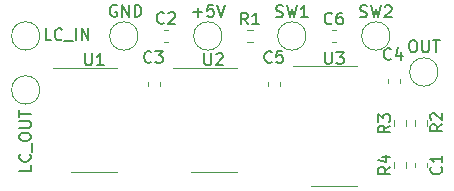
<source format=gbr>
%TF.GenerationSoftware,KiCad,Pcbnew,(5.1.7)-1*%
%TF.CreationDate,2021-03-16T22:27:35+01:00*%
%TF.ProjectId,sk-1_octave,736b2d31-5f6f-4637-9461-76652e6b6963,rev?*%
%TF.SameCoordinates,Original*%
%TF.FileFunction,Legend,Top*%
%TF.FilePolarity,Positive*%
%FSLAX46Y46*%
G04 Gerber Fmt 4.6, Leading zero omitted, Abs format (unit mm)*
G04 Created by KiCad (PCBNEW (5.1.7)-1) date 2021-03-16 22:27:35*
%MOMM*%
%LPD*%
G01*
G04 APERTURE LIST*
%ADD10C,0.120000*%
%ADD11C,0.150000*%
G04 APERTURE END LIST*
D10*
%TO.C,R4*%
X107202500Y-111251276D02*
X107202500Y-111760724D01*
X106157500Y-111251276D02*
X106157500Y-111760724D01*
%TO.C,R3*%
X106157500Y-108204724D02*
X106157500Y-107695276D01*
X107202500Y-108204724D02*
X107202500Y-107695276D01*
%TO.C,R2*%
X108980500Y-107695276D02*
X108980500Y-108204724D01*
X107935500Y-107695276D02*
X107935500Y-108204724D01*
%TO.C,C6*%
X100945733Y-100074000D02*
X101238267Y-100074000D01*
X100945733Y-101094000D02*
X101238267Y-101094000D01*
%TO.C,C5*%
X96522000Y-104501733D02*
X96522000Y-104794267D01*
X95502000Y-104501733D02*
X95502000Y-104794267D01*
%TO.C,U3*%
X101092000Y-113264000D02*
X103042000Y-113264000D01*
X101092000Y-113264000D02*
X99142000Y-113264000D01*
X101092000Y-103144000D02*
X103042000Y-103144000D01*
X101092000Y-103144000D02*
X97642000Y-103144000D01*
%TO.C,U2*%
X90932000Y-112131000D02*
X92882000Y-112131000D01*
X90932000Y-112131000D02*
X88982000Y-112131000D01*
X90932000Y-103261000D02*
X92882000Y-103261000D01*
X90932000Y-103261000D02*
X87482000Y-103261000D01*
%TO.C,U1*%
X80772000Y-112131000D02*
X82722000Y-112131000D01*
X80772000Y-112131000D02*
X78822000Y-112131000D01*
X80772000Y-103261000D02*
X82722000Y-103261000D01*
X80772000Y-103261000D02*
X77322000Y-103261000D01*
%TO.C,TP7*%
X84512000Y-100584000D02*
G75*
G03*
X84512000Y-100584000I-1200000J0D01*
G01*
%TO.C,TP6*%
X91624000Y-100584000D02*
G75*
G03*
X91624000Y-100584000I-1200000J0D01*
G01*
%TO.C,TP5*%
X105848000Y-100584000D02*
G75*
G03*
X105848000Y-100584000I-1200000J0D01*
G01*
%TO.C,TP4*%
X98736000Y-100584000D02*
G75*
G03*
X98736000Y-100584000I-1200000J0D01*
G01*
%TO.C,TP3*%
X76200000Y-105156000D02*
G75*
G03*
X76200000Y-105156000I-1200000J0D01*
G01*
%TO.C,TP2*%
X76200000Y-100584000D02*
G75*
G03*
X76200000Y-100584000I-1200000J0D01*
G01*
%TO.C,TP1*%
X109912000Y-103632000D02*
G75*
G03*
X109912000Y-103632000I-1200000J0D01*
G01*
%TO.C,R1*%
X93725276Y-100061500D02*
X94234724Y-100061500D01*
X93725276Y-101106500D02*
X94234724Y-101106500D01*
%TO.C,C4*%
X106682000Y-104247733D02*
X106682000Y-104540267D01*
X105662000Y-104247733D02*
X105662000Y-104540267D01*
%TO.C,C3*%
X86362000Y-104501733D02*
X86362000Y-104794267D01*
X85342000Y-104501733D02*
X85342000Y-104794267D01*
%TO.C,C2*%
X87014267Y-101094000D02*
X86721733Y-101094000D01*
X87014267Y-100074000D02*
X86721733Y-100074000D01*
%TO.C,C1*%
X108968000Y-111359733D02*
X108968000Y-111652267D01*
X107948000Y-111359733D02*
X107948000Y-111652267D01*
%TO.C,R4*%
D11*
X105860380Y-111666666D02*
X105384190Y-112000000D01*
X105860380Y-112238095D02*
X104860380Y-112238095D01*
X104860380Y-111857142D01*
X104908000Y-111761904D01*
X104955619Y-111714285D01*
X105050857Y-111666666D01*
X105193714Y-111666666D01*
X105288952Y-111714285D01*
X105336571Y-111761904D01*
X105384190Y-111857142D01*
X105384190Y-112238095D01*
X105193714Y-110809523D02*
X105860380Y-110809523D01*
X104812761Y-111047619D02*
X105527047Y-111285714D01*
X105527047Y-110666666D01*
%TO.C,R3*%
X105852380Y-108166666D02*
X105376190Y-108500000D01*
X105852380Y-108738095D02*
X104852380Y-108738095D01*
X104852380Y-108357142D01*
X104900000Y-108261904D01*
X104947619Y-108214285D01*
X105042857Y-108166666D01*
X105185714Y-108166666D01*
X105280952Y-108214285D01*
X105328571Y-108261904D01*
X105376190Y-108357142D01*
X105376190Y-108738095D01*
X104852380Y-107833333D02*
X104852380Y-107214285D01*
X105233333Y-107547619D01*
X105233333Y-107404761D01*
X105280952Y-107309523D01*
X105328571Y-107261904D01*
X105423809Y-107214285D01*
X105661904Y-107214285D01*
X105757142Y-107261904D01*
X105804761Y-107309523D01*
X105852380Y-107404761D01*
X105852380Y-107690476D01*
X105804761Y-107785714D01*
X105757142Y-107833333D01*
%TO.C,R2*%
X110260380Y-108066666D02*
X109784190Y-108400000D01*
X110260380Y-108638095D02*
X109260380Y-108638095D01*
X109260380Y-108257142D01*
X109308000Y-108161904D01*
X109355619Y-108114285D01*
X109450857Y-108066666D01*
X109593714Y-108066666D01*
X109688952Y-108114285D01*
X109736571Y-108161904D01*
X109784190Y-108257142D01*
X109784190Y-108638095D01*
X109355619Y-107685714D02*
X109308000Y-107638095D01*
X109260380Y-107542857D01*
X109260380Y-107304761D01*
X109308000Y-107209523D01*
X109355619Y-107161904D01*
X109450857Y-107114285D01*
X109546095Y-107114285D01*
X109688952Y-107161904D01*
X110260380Y-107733333D01*
X110260380Y-107114285D01*
%TO.C,C6*%
X100925333Y-99511142D02*
X100877714Y-99558761D01*
X100734857Y-99606380D01*
X100639619Y-99606380D01*
X100496761Y-99558761D01*
X100401523Y-99463523D01*
X100353904Y-99368285D01*
X100306285Y-99177809D01*
X100306285Y-99034952D01*
X100353904Y-98844476D01*
X100401523Y-98749238D01*
X100496761Y-98654000D01*
X100639619Y-98606380D01*
X100734857Y-98606380D01*
X100877714Y-98654000D01*
X100925333Y-98701619D01*
X101782476Y-98606380D02*
X101592000Y-98606380D01*
X101496761Y-98654000D01*
X101449142Y-98701619D01*
X101353904Y-98844476D01*
X101306285Y-99034952D01*
X101306285Y-99415904D01*
X101353904Y-99511142D01*
X101401523Y-99558761D01*
X101496761Y-99606380D01*
X101687238Y-99606380D01*
X101782476Y-99558761D01*
X101830095Y-99511142D01*
X101877714Y-99415904D01*
X101877714Y-99177809D01*
X101830095Y-99082571D01*
X101782476Y-99034952D01*
X101687238Y-98987333D01*
X101496761Y-98987333D01*
X101401523Y-99034952D01*
X101353904Y-99082571D01*
X101306285Y-99177809D01*
%TO.C,C5*%
X95833333Y-102757142D02*
X95785714Y-102804761D01*
X95642857Y-102852380D01*
X95547619Y-102852380D01*
X95404761Y-102804761D01*
X95309523Y-102709523D01*
X95261904Y-102614285D01*
X95214285Y-102423809D01*
X95214285Y-102280952D01*
X95261904Y-102090476D01*
X95309523Y-101995238D01*
X95404761Y-101900000D01*
X95547619Y-101852380D01*
X95642857Y-101852380D01*
X95785714Y-101900000D01*
X95833333Y-101947619D01*
X96738095Y-101852380D02*
X96261904Y-101852380D01*
X96214285Y-102328571D01*
X96261904Y-102280952D01*
X96357142Y-102233333D01*
X96595238Y-102233333D01*
X96690476Y-102280952D01*
X96738095Y-102328571D01*
X96785714Y-102423809D01*
X96785714Y-102661904D01*
X96738095Y-102757142D01*
X96690476Y-102804761D01*
X96595238Y-102852380D01*
X96357142Y-102852380D01*
X96261904Y-102804761D01*
X96214285Y-102757142D01*
%TO.C,U3*%
X100338095Y-101952380D02*
X100338095Y-102761904D01*
X100385714Y-102857142D01*
X100433333Y-102904761D01*
X100528571Y-102952380D01*
X100719047Y-102952380D01*
X100814285Y-102904761D01*
X100861904Y-102857142D01*
X100909523Y-102761904D01*
X100909523Y-101952380D01*
X101290476Y-101952380D02*
X101909523Y-101952380D01*
X101576190Y-102333333D01*
X101719047Y-102333333D01*
X101814285Y-102380952D01*
X101861904Y-102428571D01*
X101909523Y-102523809D01*
X101909523Y-102761904D01*
X101861904Y-102857142D01*
X101814285Y-102904761D01*
X101719047Y-102952380D01*
X101433333Y-102952380D01*
X101338095Y-102904761D01*
X101290476Y-102857142D01*
%TO.C,U2*%
X90138095Y-102052380D02*
X90138095Y-102861904D01*
X90185714Y-102957142D01*
X90233333Y-103004761D01*
X90328571Y-103052380D01*
X90519047Y-103052380D01*
X90614285Y-103004761D01*
X90661904Y-102957142D01*
X90709523Y-102861904D01*
X90709523Y-102052380D01*
X91138095Y-102147619D02*
X91185714Y-102100000D01*
X91280952Y-102052380D01*
X91519047Y-102052380D01*
X91614285Y-102100000D01*
X91661904Y-102147619D01*
X91709523Y-102242857D01*
X91709523Y-102338095D01*
X91661904Y-102480952D01*
X91090476Y-103052380D01*
X91709523Y-103052380D01*
%TO.C,U1*%
X80038095Y-102052380D02*
X80038095Y-102861904D01*
X80085714Y-102957142D01*
X80133333Y-103004761D01*
X80228571Y-103052380D01*
X80419047Y-103052380D01*
X80514285Y-103004761D01*
X80561904Y-102957142D01*
X80609523Y-102861904D01*
X80609523Y-102052380D01*
X81609523Y-103052380D02*
X81038095Y-103052380D01*
X81323809Y-103052380D02*
X81323809Y-102052380D01*
X81228571Y-102195238D01*
X81133333Y-102290476D01*
X81038095Y-102338095D01*
%TO.C,TP7*%
X82698095Y-98000000D02*
X82602857Y-97952380D01*
X82460000Y-97952380D01*
X82317142Y-98000000D01*
X82221904Y-98095238D01*
X82174285Y-98190476D01*
X82126666Y-98380952D01*
X82126666Y-98523809D01*
X82174285Y-98714285D01*
X82221904Y-98809523D01*
X82317142Y-98904761D01*
X82460000Y-98952380D01*
X82555238Y-98952380D01*
X82698095Y-98904761D01*
X82745714Y-98857142D01*
X82745714Y-98523809D01*
X82555238Y-98523809D01*
X83174285Y-98952380D02*
X83174285Y-97952380D01*
X83745714Y-98952380D01*
X83745714Y-97952380D01*
X84221904Y-98952380D02*
X84221904Y-97952380D01*
X84460000Y-97952380D01*
X84602857Y-98000000D01*
X84698095Y-98095238D01*
X84745714Y-98190476D01*
X84793333Y-98380952D01*
X84793333Y-98523809D01*
X84745714Y-98714285D01*
X84698095Y-98809523D01*
X84602857Y-98904761D01*
X84460000Y-98952380D01*
X84221904Y-98952380D01*
%TO.C,TP6*%
X89166285Y-98571428D02*
X89928190Y-98571428D01*
X89547238Y-98952380D02*
X89547238Y-98190476D01*
X90880571Y-97952380D02*
X90404380Y-97952380D01*
X90356761Y-98428571D01*
X90404380Y-98380952D01*
X90499619Y-98333333D01*
X90737714Y-98333333D01*
X90832952Y-98380952D01*
X90880571Y-98428571D01*
X90928190Y-98523809D01*
X90928190Y-98761904D01*
X90880571Y-98857142D01*
X90832952Y-98904761D01*
X90737714Y-98952380D01*
X90499619Y-98952380D01*
X90404380Y-98904761D01*
X90356761Y-98857142D01*
X91213904Y-97952380D02*
X91547238Y-98952380D01*
X91880571Y-97952380D01*
%TO.C,TP5*%
X103314666Y-98956761D02*
X103457523Y-99004380D01*
X103695619Y-99004380D01*
X103790857Y-98956761D01*
X103838476Y-98909142D01*
X103886095Y-98813904D01*
X103886095Y-98718666D01*
X103838476Y-98623428D01*
X103790857Y-98575809D01*
X103695619Y-98528190D01*
X103505142Y-98480571D01*
X103409904Y-98432952D01*
X103362285Y-98385333D01*
X103314666Y-98290095D01*
X103314666Y-98194857D01*
X103362285Y-98099619D01*
X103409904Y-98052000D01*
X103505142Y-98004380D01*
X103743238Y-98004380D01*
X103886095Y-98052000D01*
X104219428Y-98004380D02*
X104457523Y-99004380D01*
X104648000Y-98290095D01*
X104838476Y-99004380D01*
X105076571Y-98004380D01*
X105409904Y-98099619D02*
X105457523Y-98052000D01*
X105552761Y-98004380D01*
X105790857Y-98004380D01*
X105886095Y-98052000D01*
X105933714Y-98099619D01*
X105981333Y-98194857D01*
X105981333Y-98290095D01*
X105933714Y-98432952D01*
X105362285Y-99004380D01*
X105981333Y-99004380D01*
%TO.C,TP4*%
X96202666Y-98956761D02*
X96345523Y-99004380D01*
X96583619Y-99004380D01*
X96678857Y-98956761D01*
X96726476Y-98909142D01*
X96774095Y-98813904D01*
X96774095Y-98718666D01*
X96726476Y-98623428D01*
X96678857Y-98575809D01*
X96583619Y-98528190D01*
X96393142Y-98480571D01*
X96297904Y-98432952D01*
X96250285Y-98385333D01*
X96202666Y-98290095D01*
X96202666Y-98194857D01*
X96250285Y-98099619D01*
X96297904Y-98052000D01*
X96393142Y-98004380D01*
X96631238Y-98004380D01*
X96774095Y-98052000D01*
X97107428Y-98004380D02*
X97345523Y-99004380D01*
X97536000Y-98290095D01*
X97726476Y-99004380D01*
X97964571Y-98004380D01*
X98869333Y-99004380D02*
X98297904Y-99004380D01*
X98583619Y-99004380D02*
X98583619Y-98004380D01*
X98488380Y-98147238D01*
X98393142Y-98242476D01*
X98297904Y-98290095D01*
%TO.C,TP3*%
X75452380Y-111500000D02*
X75452380Y-111976190D01*
X74452380Y-111976190D01*
X75357142Y-110595238D02*
X75404761Y-110642857D01*
X75452380Y-110785714D01*
X75452380Y-110880952D01*
X75404761Y-111023809D01*
X75309523Y-111119047D01*
X75214285Y-111166666D01*
X75023809Y-111214285D01*
X74880952Y-111214285D01*
X74690476Y-111166666D01*
X74595238Y-111119047D01*
X74500000Y-111023809D01*
X74452380Y-110880952D01*
X74452380Y-110785714D01*
X74500000Y-110642857D01*
X74547619Y-110595238D01*
X75547619Y-110404761D02*
X75547619Y-109642857D01*
X74452380Y-109214285D02*
X74452380Y-109023809D01*
X74500000Y-108928571D01*
X74595238Y-108833333D01*
X74785714Y-108785714D01*
X75119047Y-108785714D01*
X75309523Y-108833333D01*
X75404761Y-108928571D01*
X75452380Y-109023809D01*
X75452380Y-109214285D01*
X75404761Y-109309523D01*
X75309523Y-109404761D01*
X75119047Y-109452380D01*
X74785714Y-109452380D01*
X74595238Y-109404761D01*
X74500000Y-109309523D01*
X74452380Y-109214285D01*
X74452380Y-108357142D02*
X75261904Y-108357142D01*
X75357142Y-108309523D01*
X75404761Y-108261904D01*
X75452380Y-108166666D01*
X75452380Y-107976190D01*
X75404761Y-107880952D01*
X75357142Y-107833333D01*
X75261904Y-107785714D01*
X74452380Y-107785714D01*
X74452380Y-107452380D02*
X74452380Y-106880952D01*
X75452380Y-107166666D02*
X74452380Y-107166666D01*
%TO.C,TP2*%
X77166666Y-100952380D02*
X76690476Y-100952380D01*
X76690476Y-99952380D01*
X78071428Y-100857142D02*
X78023809Y-100904761D01*
X77880952Y-100952380D01*
X77785714Y-100952380D01*
X77642857Y-100904761D01*
X77547619Y-100809523D01*
X77500000Y-100714285D01*
X77452380Y-100523809D01*
X77452380Y-100380952D01*
X77500000Y-100190476D01*
X77547619Y-100095238D01*
X77642857Y-100000000D01*
X77785714Y-99952380D01*
X77880952Y-99952380D01*
X78023809Y-100000000D01*
X78071428Y-100047619D01*
X78261904Y-101047619D02*
X79023809Y-101047619D01*
X79261904Y-100952380D02*
X79261904Y-99952380D01*
X79738095Y-100952380D02*
X79738095Y-99952380D01*
X80309523Y-100952380D01*
X80309523Y-99952380D01*
%TO.C,TP1*%
X107712000Y-100952380D02*
X107902476Y-100952380D01*
X107997714Y-101000000D01*
X108092952Y-101095238D01*
X108140571Y-101285714D01*
X108140571Y-101619047D01*
X108092952Y-101809523D01*
X107997714Y-101904761D01*
X107902476Y-101952380D01*
X107712000Y-101952380D01*
X107616761Y-101904761D01*
X107521523Y-101809523D01*
X107473904Y-101619047D01*
X107473904Y-101285714D01*
X107521523Y-101095238D01*
X107616761Y-101000000D01*
X107712000Y-100952380D01*
X108569142Y-100952380D02*
X108569142Y-101761904D01*
X108616761Y-101857142D01*
X108664380Y-101904761D01*
X108759619Y-101952380D01*
X108950095Y-101952380D01*
X109045333Y-101904761D01*
X109092952Y-101857142D01*
X109140571Y-101761904D01*
X109140571Y-100952380D01*
X109473904Y-100952380D02*
X110045333Y-100952380D01*
X109759619Y-101952380D02*
X109759619Y-100952380D01*
%TO.C,R1*%
X93813333Y-99606380D02*
X93480000Y-99130190D01*
X93241904Y-99606380D02*
X93241904Y-98606380D01*
X93622857Y-98606380D01*
X93718095Y-98654000D01*
X93765714Y-98701619D01*
X93813333Y-98796857D01*
X93813333Y-98939714D01*
X93765714Y-99034952D01*
X93718095Y-99082571D01*
X93622857Y-99130190D01*
X93241904Y-99130190D01*
X94765714Y-99606380D02*
X94194285Y-99606380D01*
X94480000Y-99606380D02*
X94480000Y-98606380D01*
X94384761Y-98749238D01*
X94289523Y-98844476D01*
X94194285Y-98892095D01*
%TO.C,C4*%
X105933333Y-102503142D02*
X105885714Y-102550761D01*
X105742857Y-102598380D01*
X105647619Y-102598380D01*
X105504761Y-102550761D01*
X105409523Y-102455523D01*
X105361904Y-102360285D01*
X105314285Y-102169809D01*
X105314285Y-102026952D01*
X105361904Y-101836476D01*
X105409523Y-101741238D01*
X105504761Y-101646000D01*
X105647619Y-101598380D01*
X105742857Y-101598380D01*
X105885714Y-101646000D01*
X105933333Y-101693619D01*
X106790476Y-101931714D02*
X106790476Y-102598380D01*
X106552380Y-101550761D02*
X106314285Y-102265047D01*
X106933333Y-102265047D01*
%TO.C,C3*%
X85633333Y-102757142D02*
X85585714Y-102804761D01*
X85442857Y-102852380D01*
X85347619Y-102852380D01*
X85204761Y-102804761D01*
X85109523Y-102709523D01*
X85061904Y-102614285D01*
X85014285Y-102423809D01*
X85014285Y-102280952D01*
X85061904Y-102090476D01*
X85109523Y-101995238D01*
X85204761Y-101900000D01*
X85347619Y-101852380D01*
X85442857Y-101852380D01*
X85585714Y-101900000D01*
X85633333Y-101947619D01*
X85966666Y-101852380D02*
X86585714Y-101852380D01*
X86252380Y-102233333D01*
X86395238Y-102233333D01*
X86490476Y-102280952D01*
X86538095Y-102328571D01*
X86585714Y-102423809D01*
X86585714Y-102661904D01*
X86538095Y-102757142D01*
X86490476Y-102804761D01*
X86395238Y-102852380D01*
X86109523Y-102852380D01*
X86014285Y-102804761D01*
X85966666Y-102757142D01*
%TO.C,C2*%
X86701333Y-99457142D02*
X86653714Y-99504761D01*
X86510857Y-99552380D01*
X86415619Y-99552380D01*
X86272761Y-99504761D01*
X86177523Y-99409523D01*
X86129904Y-99314285D01*
X86082285Y-99123809D01*
X86082285Y-98980952D01*
X86129904Y-98790476D01*
X86177523Y-98695238D01*
X86272761Y-98600000D01*
X86415619Y-98552380D01*
X86510857Y-98552380D01*
X86653714Y-98600000D01*
X86701333Y-98647619D01*
X87082285Y-98647619D02*
X87129904Y-98600000D01*
X87225142Y-98552380D01*
X87463238Y-98552380D01*
X87558476Y-98600000D01*
X87606095Y-98647619D01*
X87653714Y-98742857D01*
X87653714Y-98838095D01*
X87606095Y-98980952D01*
X87034666Y-99552380D01*
X87653714Y-99552380D01*
%TO.C,C1*%
X110165142Y-111666666D02*
X110212761Y-111714285D01*
X110260380Y-111857142D01*
X110260380Y-111952380D01*
X110212761Y-112095238D01*
X110117523Y-112190476D01*
X110022285Y-112238095D01*
X109831809Y-112285714D01*
X109688952Y-112285714D01*
X109498476Y-112238095D01*
X109403238Y-112190476D01*
X109308000Y-112095238D01*
X109260380Y-111952380D01*
X109260380Y-111857142D01*
X109308000Y-111714285D01*
X109355619Y-111666666D01*
X110260380Y-110714285D02*
X110260380Y-111285714D01*
X110260380Y-111000000D02*
X109260380Y-111000000D01*
X109403238Y-111095238D01*
X109498476Y-111190476D01*
X109546095Y-111285714D01*
%TD*%
M02*

</source>
